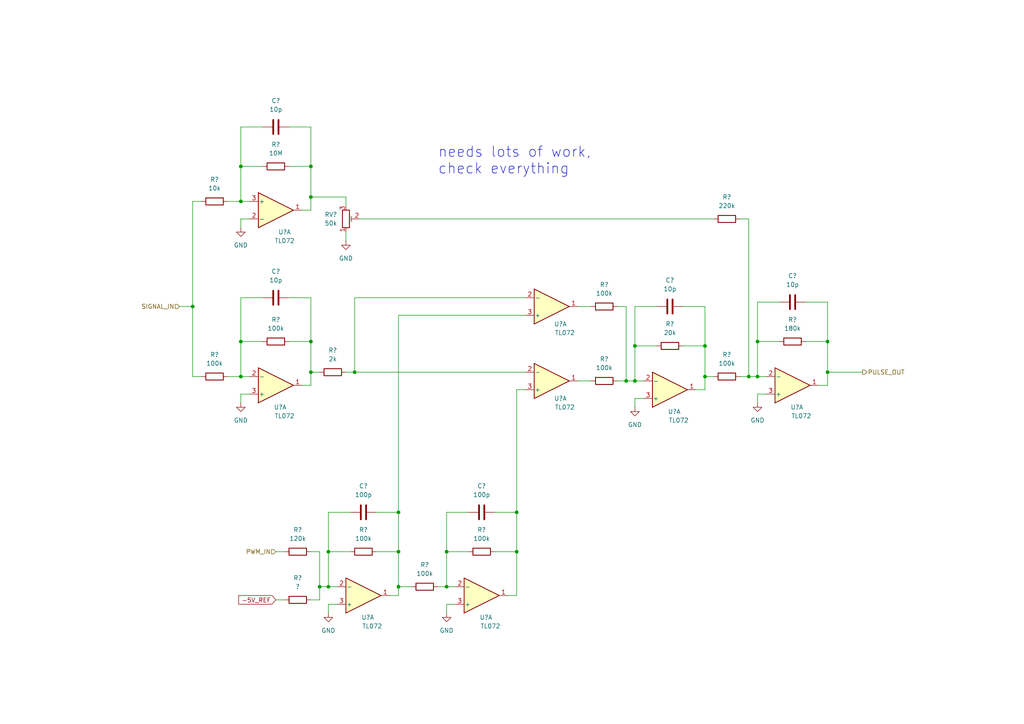
<source format=kicad_sch>
(kicad_sch (version 20211123) (generator eeschema)
  (paper "A4")
  (title_block (title "Josh Ox Ribon Synth Main VCO board") (date "2022-06-18") (rev "0") (comment 2 "creativecommons.org/licences/by/4.0") (comment 3 "license: CC by 4.0") (comment 4 "Author: Jordan Acete"))
  (lib_symbols
    (symbol "Amplifier_Operational:TL072" (pin_names (offset 0.127))
      (property "Reference" "U" (at 0 5.08 0))
      (property "Value" "TL072" (at 0 -5.08 0))
      (symbol "TL072_1_1"
        (polyline (pts (xy -5.08 5.08) (xy 5.08 0) (xy -5.08 -5.08) (xy -5.08 5.08)) (stroke (width 0.254)) (fill (type background)))
        (pin output line (at 7.62 0 180) (length 2.54) (name "~") (number "1"))
        (pin input line (at -7.62 -2.54 0) (length 2.54) (name "-") (number "2"))
        (pin input line (at -7.62 2.54 0) (length 2.54) (name "+") (number "3"))
      )
      (symbol "TL072_2_1"
        (polyline (pts (xy -5.08 5.08) (xy 5.08 0) (xy -5.08 -5.08) (xy -5.08 5.08)) (stroke (width 0.254)) (fill (type background)))
        (pin input line (at -7.62 2.54 0) (length 2.54) (name "+") (number "5"))
        (pin input line (at -7.62 -2.54 0) (length 2.54) (name "-") (number "6"))
        (pin output line (at 7.62 0 180) (length 2.54) (name "~") (number "7"))
      )
      (symbol "TL072_3_1"
        (pin power_in line (at -2.54 -7.62 90) (length 3.81) (name "V-") (number "4"))
        (pin power_in line (at -2.54 7.62 270) (length 3.81) (name "V+") (number "8"))
      )
    )
    (symbol "Device:C" (pin_numbers hide) (pin_names (offset 0.254))
      (property "Reference" "C" (at 0.635 2.54 0))
      (property "Value" "C" (at 0.635 -2.54 0))
      (symbol "C_0_1"
        (polyline (pts (xy -2.032 -0.762) (xy 2.032 -0.762)) (stroke (width 0.508)))
        (polyline (pts (xy -2.032 0.762) (xy 2.032 0.762)) (stroke (width 0.508)))
      )
      (symbol "C_1_1"
        (pin passive line (at 0 3.81 270) (length 2.794) (name "~") (number "1"))
        (pin passive line (at 0 -3.81 90) (length 2.794) (name "~") (number "2"))
      )
    )
    (symbol "Device:R" (pin_numbers hide) (pin_names (offset 0))
      (property "Reference" "R" (at 2.032 0 90))
      (property "Value" "R" (at 0 0 90))
      (symbol "R_0_1"
        (rectangle (start -1.016 -2.54) (end 1.016 2.54) (stroke (width 0.254)))
      )
      (symbol "R_1_1"
        (pin passive line (at 0 3.81 270) (length 1.27) (name "~") (number "1"))
        (pin passive line (at 0 -3.81 90) (length 1.27) (name "~") (number "2"))
      )
    )
    (symbol "Device:R_Potentiometer_Trim" (pin_names (offset 1.016) hide)
      (property "Reference" "RV" (at -4.445 0 90))
      (property "Value" "R_Potentiometer_Trim" (at -2.54 0 90))
      (symbol "R_Potentiometer_Trim_0_1"
        (polyline (pts (xy 1.524 0.762) (xy 1.524 -0.762)))
        (polyline (pts (xy 2.54 0) (xy 1.524 0)))
        (rectangle (start 1.016 2.54) (end -1.016 -2.54) (stroke (width 0.254)))
      )
      (symbol "R_Potentiometer_Trim_1_1"
        (pin passive line (at 0 3.81 270) (length 1.27) (name "1") (number "1"))
        (pin passive line (at 3.81 0 180) (length 1.27) (name "2") (number "2"))
        (pin passive line (at 0 -3.81 90) (length 1.27) (name "3") (number "3"))
      )
    )
    (symbol "power:GND" (power) (pin_names (offset 0))
      (property "Value" "GND" (at 0 -3.81 0))
      (symbol "GND_0_1"
        (polyline (pts (xy 0 0) (xy 0 -1.27) (xy 1.27 -1.27) (xy 0 -2.54) (xy -1.27 -1.27) (xy 0 -1.27)))
      )
      (symbol "GND_1_1"
        (pin power_in line (at 0 0 270) (length 0) hide (name "GND") (number "1"))
      )
    )
  )
  (junction (at 115.57 160.02))
  (junction (at 92.71 170.18))
  (junction (at 184.15 110.49))
  (junction (at 55.88 88.9))
  (junction (at 95.25 160.02))
  (junction (at 204.47 109.22))
  (junction (at 181.61 110.49))
  (junction (at 95.25 170.18))
  (junction (at 115.57 170.18))
  (junction (at 240.03 99.06))
  (junction (at 90.17 57.15))
  (junction (at 217.17 109.22))
  (junction (at 204.47 100.33))
  (junction (at 69.85 109.22))
  (junction (at 149.86 148.59))
  (junction (at 90.17 99.06))
  (junction (at 149.86 160.02))
  (junction (at 129.54 170.18))
  (junction (at 69.85 99.06))
  (junction (at 102.87 107.95))
  (junction (at 115.57 148.59))
  (junction (at 219.71 109.22))
  (junction (at 90.17 48.26))
  (junction (at 240.03 107.95))
  (junction (at 219.71 99.06))
  (junction (at 90.17 107.95))
  (junction (at 69.85 48.26))
  (junction (at 69.85 58.42))
  (junction (at 184.15 100.33))
  (junction (at 129.54 160.02))
  (wire (pts (xy 87.63 60.96) (xy 90.17 60.96)))
  (wire (pts (xy 100.33 107.95) (xy 102.87 107.95)))
  (wire (pts (xy 90.17 99.06) (xy 83.82 99.06)))
  (wire (pts (xy 204.47 109.22) (xy 204.47 100.33)))
  (wire (pts (xy 214.63 109.22) (xy 217.17 109.22)))
  (wire (pts (xy 226.06 99.06) (xy 219.71 99.06)))
  (wire (pts (xy 113.03 172.72) (xy 115.57 172.72)))
  (wire (pts (xy 90.17 36.83) (xy 90.17 48.26)))
  (wire (pts (xy 204.47 88.9) (xy 204.47 100.33)))
  (wire (pts (xy 55.88 109.22) (xy 58.42 109.22)))
  (wire (pts (xy 100.33 67.31) (xy 100.33 69.85)))
  (wire (pts (xy 100.33 57.15) (xy 100.33 59.69)))
  (wire (pts (xy 83.82 36.83) (xy 90.17 36.83)))
  (wire (pts (xy 76.2 86.36) (xy 69.85 86.36)))
  (wire (pts (xy 219.71 87.63) (xy 219.71 99.06)))
  (wire (pts (xy 66.04 109.22) (xy 69.85 109.22)))
  (wire (pts (xy 69.85 99.06) (xy 76.2 99.06)))
  (wire (pts (xy 240.03 99.06) (xy 233.68 99.06)))
  (wire (pts (xy 72.39 58.42) (xy 69.85 58.42)))
  (wire (pts (xy 219.71 116.84) (xy 219.71 114.3)))
  (wire (pts (xy 149.86 148.59) (xy 149.86 160.02)))
  (wire (pts (xy 190.5 88.9) (xy 184.15 88.9)))
  (wire (pts (xy 167.64 88.9) (xy 171.45 88.9)))
  (wire (pts (xy 201.93 113.03) (xy 204.47 113.03)))
  (wire (pts (xy 90.17 48.26) (xy 83.82 48.26)))
  (wire (pts (xy 149.86 160.02) (xy 149.86 172.72)))
  (wire (pts (xy 90.17 99.06) (xy 90.17 86.36)))
  (wire (pts (xy 135.89 160.02) (xy 129.54 160.02)))
  (wire (pts (xy 184.15 100.33) (xy 184.15 110.49)))
  (wire (pts (xy 129.54 160.02) (xy 129.54 170.18)))
  (wire (pts (xy 69.85 86.36) (xy 69.85 99.06)))
  (wire (pts (xy 92.71 170.18) (xy 95.25 170.18)))
  (wire (pts (xy 240.03 107.95) (xy 250.19 107.95)))
  (wire (pts (xy 80.01 160.02) (xy 82.55 160.02)))
  (wire (pts (xy 217.17 109.22) (xy 219.71 109.22)))
  (wire (pts (xy 179.07 110.49) (xy 181.61 110.49)))
  (wire (pts (xy 69.85 109.22) (xy 69.85 99.06)))
  (wire (pts (xy 87.63 111.76) (xy 90.17 111.76)))
  (wire (pts (xy 149.86 148.59) (xy 149.86 113.03)))
  (wire (pts (xy 95.25 160.02) (xy 95.25 170.18)))
  (wire (pts (xy 69.85 63.5) (xy 72.39 63.5)))
  (wire (pts (xy 76.2 36.83) (xy 69.85 36.83)))
  (wire (pts (xy 55.88 58.42) (xy 55.88 88.9)))
  (wire (pts (xy 115.57 160.02) (xy 115.57 170.18)))
  (wire (pts (xy 69.85 63.5) (xy 69.85 66.04)))
  (wire (pts (xy 92.71 170.18) (xy 92.71 160.02)))
  (wire (pts (xy 69.85 48.26) (xy 76.2 48.26)))
  (wire (pts (xy 184.15 88.9) (xy 184.15 100.33)))
  (wire (pts (xy 52.07 88.9) (xy 55.88 88.9)))
  (wire (pts (xy 115.57 148.59) (xy 115.57 160.02)))
  (wire (pts (xy 181.61 88.9) (xy 181.61 110.49)))
  (wire (pts (xy 184.15 115.57) (xy 186.69 115.57)))
  (wire (pts (xy 95.25 177.8) (xy 95.25 175.26)))
  (wire (pts (xy 219.71 114.3) (xy 222.25 114.3)))
  (wire (pts (xy 152.4 86.36) (xy 102.87 86.36)))
  (wire (pts (xy 104.14 63.5) (xy 207.01 63.5)))
  (wire (pts (xy 90.17 107.95) (xy 92.71 107.95)))
  (wire (pts (xy 90.17 107.95) (xy 90.17 99.06)))
  (wire (pts (xy 92.71 173.99) (xy 92.71 170.18)))
  (wire (pts (xy 55.88 88.9) (xy 55.88 109.22)))
  (wire (pts (xy 115.57 170.18) (xy 119.38 170.18)))
  (wire (pts (xy 90.17 173.99) (xy 92.71 173.99)))
  (wire (pts (xy 109.22 148.59) (xy 115.57 148.59)))
  (wire (pts (xy 149.86 113.03) (xy 152.4 113.03)))
  (wire (pts (xy 149.86 160.02) (xy 143.51 160.02)))
  (wire (pts (xy 240.03 111.76) (xy 240.03 107.95)))
  (wire (pts (xy 115.57 170.18) (xy 115.57 172.72)))
  (wire (pts (xy 217.17 63.5) (xy 217.17 109.22)))
  (wire (pts (xy 90.17 60.96) (xy 90.17 57.15)))
  (wire (pts (xy 167.64 110.49) (xy 171.45 110.49)))
  (wire (pts (xy 95.25 170.18) (xy 97.79 170.18)))
  (wire (pts (xy 102.87 86.36) (xy 102.87 107.95)))
  (wire (pts (xy 135.89 148.59) (xy 129.54 148.59)))
  (wire (pts (xy 204.47 100.33) (xy 198.12 100.33)))
  (wire (pts (xy 240.03 107.95) (xy 240.03 99.06)))
  (wire (pts (xy 129.54 170.18) (xy 132.08 170.18)))
  (wire (pts (xy 115.57 91.44) (xy 152.4 91.44)))
  (wire (pts (xy 237.49 111.76) (xy 240.03 111.76)))
  (wire (pts (xy 129.54 177.8) (xy 129.54 175.26)))
  (wire (pts (xy 83.82 86.36) (xy 90.17 86.36)))
  (wire (pts (xy 115.57 160.02) (xy 109.22 160.02)))
  (wire (pts (xy 58.42 58.42) (xy 55.88 58.42)))
  (wire (pts (xy 72.39 109.22) (xy 69.85 109.22)))
  (wire (pts (xy 219.71 99.06) (xy 219.71 109.22)))
  (wire (pts (xy 181.61 110.49) (xy 184.15 110.49)))
  (wire (pts (xy 115.57 148.59) (xy 115.57 91.44)))
  (wire (pts (xy 95.25 175.26) (xy 97.79 175.26)))
  (wire (pts (xy 190.5 100.33) (xy 184.15 100.33)))
  (wire (pts (xy 147.32 172.72) (xy 149.86 172.72)))
  (wire (pts (xy 240.03 87.63) (xy 240.03 99.06)))
  (wire (pts (xy 219.71 109.22) (xy 222.25 109.22)))
  (wire (pts (xy 198.12 88.9) (xy 204.47 88.9)))
  (wire (pts (xy 204.47 113.03) (xy 204.47 109.22)))
  (wire (pts (xy 226.06 87.63) (xy 219.71 87.63)))
  (wire (pts (xy 90.17 160.02) (xy 92.71 160.02)))
  (wire (pts (xy 90.17 111.76) (xy 90.17 107.95)))
  (wire (pts (xy 204.47 109.22) (xy 207.01 109.22)))
  (wire (pts (xy 69.85 116.84) (xy 69.85 114.3)))
  (wire (pts (xy 80.01 173.99) (xy 82.55 173.99)))
  (wire (pts (xy 69.85 36.83) (xy 69.85 48.26)))
  (wire (pts (xy 69.85 114.3) (xy 72.39 114.3)))
  (wire (pts (xy 214.63 63.5) (xy 217.17 63.5)))
  (wire (pts (xy 129.54 148.59) (xy 129.54 160.02)))
  (wire (pts (xy 127 170.18) (xy 129.54 170.18)))
  (wire (pts (xy 184.15 118.11) (xy 184.15 115.57)))
  (wire (pts (xy 101.6 160.02) (xy 95.25 160.02)))
  (wire (pts (xy 184.15 110.49) (xy 186.69 110.49)))
  (wire (pts (xy 233.68 87.63) (xy 240.03 87.63)))
  (wire (pts (xy 102.87 107.95) (xy 152.4 107.95)))
  (wire (pts (xy 101.6 148.59) (xy 95.25 148.59)))
  (wire (pts (xy 143.51 148.59) (xy 149.86 148.59)))
  (wire (pts (xy 95.25 148.59) (xy 95.25 160.02)))
  (wire (pts (xy 129.54 175.26) (xy 132.08 175.26)))
  (wire (pts (xy 69.85 58.42) (xy 69.85 48.26)))
  (wire (pts (xy 90.17 57.15) (xy 90.17 48.26)))
  (wire (pts (xy 66.04 58.42) (xy 69.85 58.42)))
  (wire (pts (xy 179.07 88.9) (xy 181.61 88.9)))
  (wire (pts (xy 90.17 57.15) (xy 100.33 57.15)))
  (text "needs lots of work,\ncheck everything" (at 127 50.8 0) (effects (font (size 3 3)) (justify left bottom)))
  (global_label "-5V_REF" (shape input) (at 80.01 173.99 180) (property "Intersheet References" "${INTERSHEET_REFS}" (effects hide)))
  (hierarchical_label "SIGNAL_IN" (shape input) (at 52.07 88.9 180))
  (hierarchical_label "PULSE_OUT" (shape output) (at 250.19 107.95 0))
  (hierarchical_label "PWM_IN" (shape input) (at 80.01 160.02 180))
  (symbol (lib_id "Device:C") (at 194.31 88.9 90) (unit 1)
    (property "Reference" "C?" (at 194.31 81.28 90))
    (property "Value" "10p" (at 194.31 83.82 90))
  )
  (symbol (lib_id "Device:C") (at 139.7 148.59 90) (unit 1)
    (property "Reference" "C?" (at 139.7 140.97 90))
    (property "Value" "100p" (at 139.7 143.51 90))
  )
  (symbol (lib_id "Device:R") (at 194.31 100.33 90) (unit 1)
    (property "Reference" "R?" (at 194.31 93.98 90))
    (property "Value" "20k" (at 194.31 96.52 90))
  )
  (symbol (lib_id "Amplifier_Operational:TL072") (at 160.02 110.49 0) (mirror x) (unit 1)
    (property "Reference" "U?" (at 162.56 115.57 0))
    (property "Value" "TL072" (at 163.83 118.11 0))
    (property "Datasheet" "http://www.ti.com/lit/ds/symlink/tl071.pdf" (effects hide))
  )
  (symbol (lib_id "Amplifier_Operational:TL072") (at 105.41 172.72 0) (mirror x) (unit 1)
    (property "Reference" "U?" (at 106.68 179.07 0))
    (property "Value" "TL072" (at 107.95 181.61 0))
    (property "Datasheet" "http://www.ti.com/lit/ds/symlink/tl071.pdf" (effects hide))
  )
  (symbol (lib_id "power:GND") (at 219.71 116.84 0) (unit 1)
    (property "Reference" "#PWR?" (effects hide))
    (property "Value" "GND" (at 219.71 121.92 0))
  )
  (symbol (lib_id "Device:R") (at 80.01 48.26 90) (unit 1)
    (property "Reference" "R?" (at 80.01 41.91 90))
    (property "Value" "10M" (at 80.01 44.45 90))
  )
  (symbol (lib_id "Device:R") (at 175.26 88.9 90) (unit 1)
    (property "Reference" "R?" (at 175.26 82.55 90))
    (property "Value" "100k" (at 175.26 85.09 90))
  )
  (symbol (lib_id "Device:R") (at 62.23 109.22 90) (unit 1)
    (property "Reference" "R?" (at 62.23 102.87 90))
    (property "Value" "100k" (at 62.23 105.41 90))
  )
  (symbol (lib_id "Device:R") (at 96.52 107.95 90) (unit 1)
    (property "Reference" "R?" (at 96.52 101.6 90))
    (property "Value" "2k" (at 96.52 104.14 90))
  )
  (symbol (lib_id "Device:R") (at 229.87 99.06 90) (unit 1)
    (property "Reference" "R?" (at 229.87 92.71 90))
    (property "Value" "180k" (at 229.87 95.25 90))
  )
  (symbol (lib_id "power:GND") (at 129.54 177.8 0) (unit 1)
    (property "Reference" "#PWR?" (effects hide))
    (property "Value" "GND" (at 129.54 182.88 0))
  )
  (symbol (lib_id "power:GND") (at 95.25 177.8 0) (unit 1)
    (property "Reference" "#PWR?" (effects hide))
    (property "Value" "GND" (at 95.25 182.88 0))
  )
  (symbol (lib_id "power:GND") (at 69.85 116.84 0) (unit 1)
    (property "Reference" "#PWR?" (effects hide))
    (property "Value" "GND" (at 69.85 121.92 0))
  )
  (symbol (lib_id "Device:R") (at 175.26 110.49 90) (unit 1)
    (property "Reference" "R?" (at 175.26 104.14 90))
    (property "Value" "100k" (at 175.26 106.68 90))
  )
  (symbol (lib_id "Amplifier_Operational:TL072") (at 80.01 111.76 0) (mirror x) (unit 1)
    (property "Reference" "U?" (at 81.28 118.11 0))
    (property "Value" "TL072" (at 82.55 120.65 0))
    (property "Datasheet" "http://www.ti.com/lit/ds/symlink/tl071.pdf" (effects hide))
  )
  (symbol (lib_id "Device:C") (at 80.01 86.36 90) (unit 1)
    (property "Reference" "C?" (at 80.01 78.74 90))
    (property "Value" "10p" (at 80.01 81.28 90))
  )
  (symbol (lib_id "Amplifier_Operational:TL072") (at 160.02 88.9 0) (mirror x) (unit 1)
    (property "Reference" "U?" (at 162.56 93.98 0))
    (property "Value" "TL072" (at 163.83 96.52 0))
    (property "Datasheet" "http://www.ti.com/lit/ds/symlink/tl071.pdf" (effects hide))
  )
  (symbol (lib_id "Device:R_Potentiometer_Trim") (at 100.33 63.5 0) (mirror x) (unit 1)
    (property "Reference" "RV?" (at 97.79 62.2299 0) (effects (justify right)))
    (property "Value" "50k" (at 97.79 64.7699 0) (effects (justify right)))
  )
  (symbol (lib_id "Device:R") (at 210.82 63.5 90) (unit 1)
    (property "Reference" "R?" (at 210.82 57.15 90))
    (property "Value" "220k" (at 210.82 59.69 90))
  )
  (symbol (lib_id "Amplifier_Operational:TL072") (at 229.87 111.76 0) (mirror x) (unit 1)
    (property "Reference" "U?" (at 231.14 118.11 0))
    (property "Value" "TL072" (at 232.41 120.65 0))
    (property "Datasheet" "http://www.ti.com/lit/ds/symlink/tl071.pdf" (effects hide))
  )
  (symbol (lib_id "Device:C") (at 229.87 87.63 90) (unit 1)
    (property "Reference" "C?" (at 229.87 80.01 90))
    (property "Value" "10p" (at 229.87 82.55 90))
  )
  (symbol (lib_id "power:GND") (at 69.85 66.04 0) (unit 1)
    (property "Reference" "#PWR?" (effects hide))
    (property "Value" "GND" (at 69.85 71.12 0))
  )
  (symbol (lib_id "power:GND") (at 184.15 118.11 0) (unit 1)
    (property "Reference" "#PWR?" (effects hide))
    (property "Value" "GND" (at 184.15 123.19 0))
  )
  (symbol (lib_id "Device:C") (at 80.01 36.83 90) (unit 1)
    (property "Reference" "C?" (at 80.01 29.21 90))
    (property "Value" "10p" (at 80.01 31.75 90))
  )
  (symbol (lib_id "Device:C") (at 105.41 148.59 90) (unit 1)
    (property "Reference" "C?" (at 105.41 140.97 90))
    (property "Value" "100p" (at 105.41 143.51 90))
  )
  (symbol (lib_id "Device:R") (at 86.36 160.02 90) (unit 1)
    (property "Reference" "R?" (at 86.36 153.67 90))
    (property "Value" "120k" (at 86.36 156.21 90))
  )
  (symbol (lib_id "Device:R") (at 62.23 58.42 90) (unit 1)
    (property "Reference" "R?" (at 62.23 52.07 90))
    (property "Value" "10k" (at 62.23 54.61 90))
  )
  (symbol (lib_id "Amplifier_Operational:TL072") (at 80.01 60.96 0) (unit 1)
    (property "Reference" "U?" (at 82.55 67.31 0))
    (property "Value" "TL072" (at 82.55 69.85 0))
    (property "Datasheet" "http://www.ti.com/lit/ds/symlink/tl071.pdf" (effects hide))
  )
  (symbol (lib_id "power:GND") (at 100.33 69.85 0) (unit 1)
    (property "Reference" "#PWR?" (effects hide))
    (property "Value" "GND" (at 100.33 74.93 0))
  )
  (symbol (lib_id "Device:R") (at 86.36 173.99 90) (unit 1)
    (property "Reference" "R?" (at 86.36 167.64 90))
    (property "Value" "?" (at 86.36 170.18 90))
  )
  (symbol (lib_id "Device:R") (at 139.7 160.02 90) (unit 1)
    (property "Reference" "R?" (at 139.7 153.67 90))
    (property "Value" "100k" (at 139.7 156.21 90))
  )
  (symbol (lib_id "Amplifier_Operational:TL072") (at 194.31 113.03 0) (mirror x) (unit 1)
    (property "Reference" "U?" (at 195.58 119.38 0))
    (property "Value" "TL072" (at 196.85 121.92 0))
    (property "Datasheet" "http://www.ti.com/lit/ds/symlink/tl071.pdf" (effects hide))
  )
  (symbol (lib_id "Device:R") (at 105.41 160.02 90) (unit 1)
    (property "Reference" "R?" (at 105.41 153.67 90))
    (property "Value" "100k" (at 105.41 156.21 90))
  )
  (symbol (lib_id "Device:R") (at 210.82 109.22 90) (unit 1)
    (property "Reference" "R?" (at 210.82 102.87 90))
    (property "Value" "100k" (at 210.82 105.41 90))
  )
  (symbol (lib_id "Device:R") (at 80.01 99.06 90) (unit 1)
    (property "Reference" "R?" (at 80.01 92.71 90))
    (property "Value" "100k" (at 80.01 95.25 90))
  )
  (symbol (lib_id "Amplifier_Operational:TL072") (at 139.7 172.72 0) (mirror x) (unit 1)
    (property "Reference" "U?" (at 140.97 179.07 0))
    (property "Value" "TL072" (at 142.24 181.61 0))
    (property "Datasheet" "http://www.ti.com/lit/ds/symlink/tl071.pdf" (effects hide))
  )
  (symbol (lib_id "Device:R") (at 123.19 170.18 90) (unit 1)
    (property "Reference" "R?" (at 123.19 163.83 90))
    (property "Value" "100k" (at 123.19 166.37 90))
  )
)
</source>
